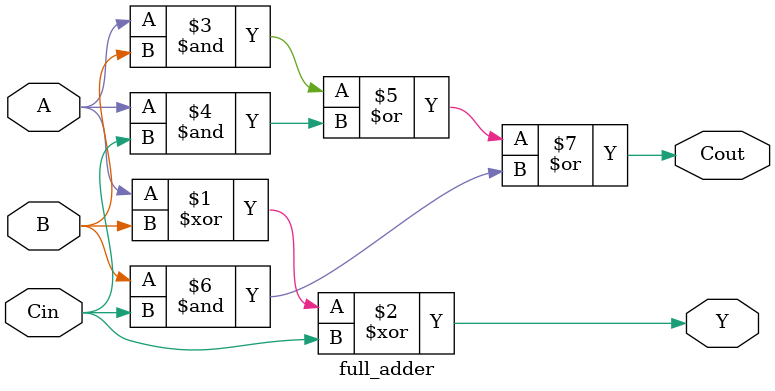
<source format=v>
module full_adder(
    input A,
    input B,
    input Cin,
    output Y,
    output Cout
);

    assign Y = A ^ B ^ Cin;
    assign Cout = (A & B) | (A & Cin) | (B & Cin);
endmodule

</source>
